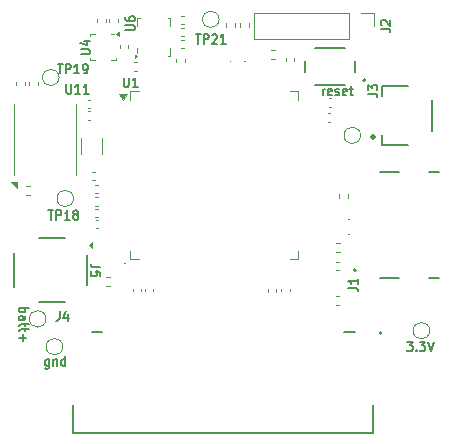
<source format=gbr>
%TF.GenerationSoftware,KiCad,Pcbnew,9.0.1*%
%TF.CreationDate,2026-02-05T11:07:33+03:00*%
%TF.ProjectId,Flybot_FC,466c7962-6f74-45f4-9643-2e6b69636164,rev?*%
%TF.SameCoordinates,Original*%
%TF.FileFunction,Legend,Top*%
%TF.FilePolarity,Positive*%
%FSLAX46Y46*%
G04 Gerber Fmt 4.6, Leading zero omitted, Abs format (unit mm)*
G04 Created by KiCad (PCBNEW 9.0.1) date 2026-02-05 11:07:33*
%MOMM*%
%LPD*%
G01*
G04 APERTURE LIST*
%ADD10C,0.150000*%
%ADD11C,0.200000*%
%ADD12C,0.100000*%
%ADD13C,0.152400*%
%ADD14C,0.127000*%
%ADD15C,0.300000*%
%ADD16C,0.120000*%
G04 APERTURE END LIST*
D10*
X142937255Y-86694295D02*
X142937255Y-86160961D01*
X142937255Y-86313342D02*
X142972969Y-86237152D01*
X142972969Y-86237152D02*
X143008684Y-86199057D01*
X143008684Y-86199057D02*
X143080112Y-86160961D01*
X143080112Y-86160961D02*
X143151541Y-86160961D01*
X143687255Y-86656200D02*
X143615827Y-86694295D01*
X143615827Y-86694295D02*
X143472970Y-86694295D01*
X143472970Y-86694295D02*
X143401541Y-86656200D01*
X143401541Y-86656200D02*
X143365827Y-86580009D01*
X143365827Y-86580009D02*
X143365827Y-86275247D01*
X143365827Y-86275247D02*
X143401541Y-86199057D01*
X143401541Y-86199057D02*
X143472970Y-86160961D01*
X143472970Y-86160961D02*
X143615827Y-86160961D01*
X143615827Y-86160961D02*
X143687255Y-86199057D01*
X143687255Y-86199057D02*
X143722970Y-86275247D01*
X143722970Y-86275247D02*
X143722970Y-86351438D01*
X143722970Y-86351438D02*
X143365827Y-86427628D01*
X144008684Y-86656200D02*
X144080112Y-86694295D01*
X144080112Y-86694295D02*
X144222969Y-86694295D01*
X144222969Y-86694295D02*
X144294398Y-86656200D01*
X144294398Y-86656200D02*
X144330112Y-86580009D01*
X144330112Y-86580009D02*
X144330112Y-86541914D01*
X144330112Y-86541914D02*
X144294398Y-86465723D01*
X144294398Y-86465723D02*
X144222969Y-86427628D01*
X144222969Y-86427628D02*
X144115827Y-86427628D01*
X144115827Y-86427628D02*
X144044398Y-86389533D01*
X144044398Y-86389533D02*
X144008684Y-86313342D01*
X144008684Y-86313342D02*
X144008684Y-86275247D01*
X144008684Y-86275247D02*
X144044398Y-86199057D01*
X144044398Y-86199057D02*
X144115827Y-86160961D01*
X144115827Y-86160961D02*
X144222969Y-86160961D01*
X144222969Y-86160961D02*
X144294398Y-86199057D01*
X144937255Y-86656200D02*
X144865827Y-86694295D01*
X144865827Y-86694295D02*
X144722970Y-86694295D01*
X144722970Y-86694295D02*
X144651541Y-86656200D01*
X144651541Y-86656200D02*
X144615827Y-86580009D01*
X144615827Y-86580009D02*
X144615827Y-86275247D01*
X144615827Y-86275247D02*
X144651541Y-86199057D01*
X144651541Y-86199057D02*
X144722970Y-86160961D01*
X144722970Y-86160961D02*
X144865827Y-86160961D01*
X144865827Y-86160961D02*
X144937255Y-86199057D01*
X144937255Y-86199057D02*
X144972970Y-86275247D01*
X144972970Y-86275247D02*
X144972970Y-86351438D01*
X144972970Y-86351438D02*
X144615827Y-86427628D01*
X145187255Y-86160961D02*
X145472969Y-86160961D01*
X145294398Y-85894295D02*
X145294398Y-86580009D01*
X145294398Y-86580009D02*
X145330112Y-86656200D01*
X145330112Y-86656200D02*
X145401541Y-86694295D01*
X145401541Y-86694295D02*
X145472969Y-86694295D01*
X150075826Y-107564295D02*
X150540112Y-107564295D01*
X150540112Y-107564295D02*
X150290112Y-107869057D01*
X150290112Y-107869057D02*
X150397255Y-107869057D01*
X150397255Y-107869057D02*
X150468684Y-107907152D01*
X150468684Y-107907152D02*
X150504398Y-107945247D01*
X150504398Y-107945247D02*
X150540112Y-108021438D01*
X150540112Y-108021438D02*
X150540112Y-108211914D01*
X150540112Y-108211914D02*
X150504398Y-108288104D01*
X150504398Y-108288104D02*
X150468684Y-108326200D01*
X150468684Y-108326200D02*
X150397255Y-108364295D01*
X150397255Y-108364295D02*
X150182969Y-108364295D01*
X150182969Y-108364295D02*
X150111541Y-108326200D01*
X150111541Y-108326200D02*
X150075826Y-108288104D01*
X150861541Y-108288104D02*
X150897255Y-108326200D01*
X150897255Y-108326200D02*
X150861541Y-108364295D01*
X150861541Y-108364295D02*
X150825827Y-108326200D01*
X150825827Y-108326200D02*
X150861541Y-108288104D01*
X150861541Y-108288104D02*
X150861541Y-108364295D01*
X151147255Y-107564295D02*
X151611541Y-107564295D01*
X151611541Y-107564295D02*
X151361541Y-107869057D01*
X151361541Y-107869057D02*
X151468684Y-107869057D01*
X151468684Y-107869057D02*
X151540113Y-107907152D01*
X151540113Y-107907152D02*
X151575827Y-107945247D01*
X151575827Y-107945247D02*
X151611541Y-108021438D01*
X151611541Y-108021438D02*
X151611541Y-108211914D01*
X151611541Y-108211914D02*
X151575827Y-108288104D01*
X151575827Y-108288104D02*
X151540113Y-108326200D01*
X151540113Y-108326200D02*
X151468684Y-108364295D01*
X151468684Y-108364295D02*
X151254398Y-108364295D01*
X151254398Y-108364295D02*
X151182970Y-108326200D01*
X151182970Y-108326200D02*
X151147255Y-108288104D01*
X151825827Y-107564295D02*
X152075827Y-108364295D01*
X152075827Y-108364295D02*
X152325827Y-107564295D01*
X119768684Y-109050961D02*
X119768684Y-109698580D01*
X119768684Y-109698580D02*
X119732969Y-109774771D01*
X119732969Y-109774771D02*
X119697255Y-109812866D01*
X119697255Y-109812866D02*
X119625826Y-109850961D01*
X119625826Y-109850961D02*
X119518684Y-109850961D01*
X119518684Y-109850961D02*
X119447255Y-109812866D01*
X119768684Y-109546200D02*
X119697255Y-109584295D01*
X119697255Y-109584295D02*
X119554398Y-109584295D01*
X119554398Y-109584295D02*
X119482969Y-109546200D01*
X119482969Y-109546200D02*
X119447255Y-109508104D01*
X119447255Y-109508104D02*
X119411541Y-109431914D01*
X119411541Y-109431914D02*
X119411541Y-109203342D01*
X119411541Y-109203342D02*
X119447255Y-109127152D01*
X119447255Y-109127152D02*
X119482969Y-109089057D01*
X119482969Y-109089057D02*
X119554398Y-109050961D01*
X119554398Y-109050961D02*
X119697255Y-109050961D01*
X119697255Y-109050961D02*
X119768684Y-109089057D01*
X120125826Y-109050961D02*
X120125826Y-109584295D01*
X120125826Y-109127152D02*
X120161540Y-109089057D01*
X120161540Y-109089057D02*
X120232969Y-109050961D01*
X120232969Y-109050961D02*
X120340112Y-109050961D01*
X120340112Y-109050961D02*
X120411540Y-109089057D01*
X120411540Y-109089057D02*
X120447255Y-109165247D01*
X120447255Y-109165247D02*
X120447255Y-109584295D01*
X121125826Y-109584295D02*
X121125826Y-108784295D01*
X121125826Y-109546200D02*
X121054397Y-109584295D01*
X121054397Y-109584295D02*
X120911540Y-109584295D01*
X120911540Y-109584295D02*
X120840111Y-109546200D01*
X120840111Y-109546200D02*
X120804397Y-109508104D01*
X120804397Y-109508104D02*
X120768683Y-109431914D01*
X120768683Y-109431914D02*
X120768683Y-109203342D01*
X120768683Y-109203342D02*
X120804397Y-109127152D01*
X120804397Y-109127152D02*
X120840111Y-109089057D01*
X120840111Y-109089057D02*
X120911540Y-109050961D01*
X120911540Y-109050961D02*
X121054397Y-109050961D01*
X121054397Y-109050961D02*
X121125826Y-109089057D01*
X117235704Y-104717255D02*
X118035704Y-104717255D01*
X117730942Y-104717255D02*
X117769038Y-104788684D01*
X117769038Y-104788684D02*
X117769038Y-104931541D01*
X117769038Y-104931541D02*
X117730942Y-105002969D01*
X117730942Y-105002969D02*
X117692847Y-105038684D01*
X117692847Y-105038684D02*
X117616657Y-105074398D01*
X117616657Y-105074398D02*
X117388085Y-105074398D01*
X117388085Y-105074398D02*
X117311895Y-105038684D01*
X117311895Y-105038684D02*
X117273800Y-105002969D01*
X117273800Y-105002969D02*
X117235704Y-104931541D01*
X117235704Y-104931541D02*
X117235704Y-104788684D01*
X117235704Y-104788684D02*
X117273800Y-104717255D01*
X117235704Y-105717255D02*
X117654752Y-105717255D01*
X117654752Y-105717255D02*
X117730942Y-105681540D01*
X117730942Y-105681540D02*
X117769038Y-105610112D01*
X117769038Y-105610112D02*
X117769038Y-105467255D01*
X117769038Y-105467255D02*
X117730942Y-105395826D01*
X117273800Y-105717255D02*
X117235704Y-105645826D01*
X117235704Y-105645826D02*
X117235704Y-105467255D01*
X117235704Y-105467255D02*
X117273800Y-105395826D01*
X117273800Y-105395826D02*
X117349990Y-105360112D01*
X117349990Y-105360112D02*
X117426180Y-105360112D01*
X117426180Y-105360112D02*
X117502371Y-105395826D01*
X117502371Y-105395826D02*
X117540466Y-105467255D01*
X117540466Y-105467255D02*
X117540466Y-105645826D01*
X117540466Y-105645826D02*
X117578561Y-105717255D01*
X117769038Y-105967254D02*
X117769038Y-106252968D01*
X118035704Y-106074397D02*
X117349990Y-106074397D01*
X117349990Y-106074397D02*
X117273800Y-106110111D01*
X117273800Y-106110111D02*
X117235704Y-106181540D01*
X117235704Y-106181540D02*
X117235704Y-106252968D01*
X117769038Y-106395825D02*
X117769038Y-106681539D01*
X118035704Y-106502968D02*
X117349990Y-106502968D01*
X117349990Y-106502968D02*
X117273800Y-106538682D01*
X117273800Y-106538682D02*
X117235704Y-106610111D01*
X117235704Y-106610111D02*
X117235704Y-106681539D01*
X117540466Y-106931539D02*
X117540466Y-107502968D01*
X117235704Y-107217253D02*
X117845228Y-107217253D01*
X145112295Y-102999999D02*
X145683723Y-102999999D01*
X145683723Y-102999999D02*
X145798009Y-103035714D01*
X145798009Y-103035714D02*
X145874200Y-103107142D01*
X145874200Y-103107142D02*
X145912295Y-103214285D01*
X145912295Y-103214285D02*
X145912295Y-103285714D01*
X145912295Y-102249999D02*
X145912295Y-102678570D01*
X145912295Y-102464285D02*
X145112295Y-102464285D01*
X145112295Y-102464285D02*
X145226580Y-102535713D01*
X145226580Y-102535713D02*
X145302771Y-102607142D01*
X145302771Y-102607142D02*
X145340866Y-102678570D01*
X124117704Y-101280000D02*
X123546276Y-101280000D01*
X123546276Y-101280000D02*
X123431990Y-101244285D01*
X123431990Y-101244285D02*
X123355800Y-101172857D01*
X123355800Y-101172857D02*
X123317704Y-101065714D01*
X123317704Y-101065714D02*
X123317704Y-100994285D01*
X124117704Y-101994286D02*
X124117704Y-101637143D01*
X124117704Y-101637143D02*
X123736752Y-101601429D01*
X123736752Y-101601429D02*
X123774847Y-101637143D01*
X123774847Y-101637143D02*
X123812942Y-101708572D01*
X123812942Y-101708572D02*
X123812942Y-101887143D01*
X123812942Y-101887143D02*
X123774847Y-101958572D01*
X123774847Y-101958572D02*
X123736752Y-101994286D01*
X123736752Y-101994286D02*
X123660561Y-102030000D01*
X123660561Y-102030000D02*
X123470085Y-102030000D01*
X123470085Y-102030000D02*
X123393895Y-101994286D01*
X123393895Y-101994286D02*
X123355800Y-101958572D01*
X123355800Y-101958572D02*
X123317704Y-101887143D01*
X123317704Y-101887143D02*
X123317704Y-101708572D01*
X123317704Y-101708572D02*
X123355800Y-101637143D01*
X123355800Y-101637143D02*
X123393895Y-101601429D01*
X120660000Y-104992295D02*
X120660000Y-105563723D01*
X120660000Y-105563723D02*
X120624285Y-105678009D01*
X120624285Y-105678009D02*
X120552857Y-105754200D01*
X120552857Y-105754200D02*
X120445714Y-105792295D01*
X120445714Y-105792295D02*
X120374285Y-105792295D01*
X121338572Y-105258961D02*
X121338572Y-105792295D01*
X121160000Y-104954200D02*
X120981429Y-105525628D01*
X120981429Y-105525628D02*
X121445714Y-105525628D01*
X146772295Y-86569999D02*
X147343723Y-86569999D01*
X147343723Y-86569999D02*
X147458009Y-86605714D01*
X147458009Y-86605714D02*
X147534200Y-86677142D01*
X147534200Y-86677142D02*
X147572295Y-86784285D01*
X147572295Y-86784285D02*
X147572295Y-86855714D01*
X146772295Y-86284285D02*
X146772295Y-85819999D01*
X146772295Y-85819999D02*
X147077057Y-86069999D01*
X147077057Y-86069999D02*
X147077057Y-85962856D01*
X147077057Y-85962856D02*
X147115152Y-85891428D01*
X147115152Y-85891428D02*
X147153247Y-85855713D01*
X147153247Y-85855713D02*
X147229438Y-85819999D01*
X147229438Y-85819999D02*
X147419914Y-85819999D01*
X147419914Y-85819999D02*
X147496104Y-85855713D01*
X147496104Y-85855713D02*
X147534200Y-85891428D01*
X147534200Y-85891428D02*
X147572295Y-85962856D01*
X147572295Y-85962856D02*
X147572295Y-86177142D01*
X147572295Y-86177142D02*
X147534200Y-86248570D01*
X147534200Y-86248570D02*
X147496104Y-86284285D01*
X147862295Y-81079999D02*
X148433723Y-81079999D01*
X148433723Y-81079999D02*
X148548009Y-81115714D01*
X148548009Y-81115714D02*
X148624200Y-81187142D01*
X148624200Y-81187142D02*
X148662295Y-81294285D01*
X148662295Y-81294285D02*
X148662295Y-81365714D01*
X147938485Y-80758570D02*
X147900390Y-80722856D01*
X147900390Y-80722856D02*
X147862295Y-80651428D01*
X147862295Y-80651428D02*
X147862295Y-80472856D01*
X147862295Y-80472856D02*
X147900390Y-80401428D01*
X147900390Y-80401428D02*
X147938485Y-80365713D01*
X147938485Y-80365713D02*
X148014676Y-80329999D01*
X148014676Y-80329999D02*
X148090866Y-80329999D01*
X148090866Y-80329999D02*
X148205152Y-80365713D01*
X148205152Y-80365713D02*
X148662295Y-80794285D01*
X148662295Y-80794285D02*
X148662295Y-80329999D01*
X122432295Y-83228764D02*
X123079914Y-83228764D01*
X123079914Y-83228764D02*
X123156104Y-83193050D01*
X123156104Y-83193050D02*
X123194200Y-83157336D01*
X123194200Y-83157336D02*
X123232295Y-83085907D01*
X123232295Y-83085907D02*
X123232295Y-82943050D01*
X123232295Y-82943050D02*
X123194200Y-82871621D01*
X123194200Y-82871621D02*
X123156104Y-82835907D01*
X123156104Y-82835907D02*
X123079914Y-82800193D01*
X123079914Y-82800193D02*
X122432295Y-82800193D01*
X122698961Y-82121622D02*
X123232295Y-82121622D01*
X122394200Y-82300193D02*
X122965628Y-82478764D01*
X122965628Y-82478764D02*
X122965628Y-82014479D01*
X132176428Y-81522295D02*
X132605000Y-81522295D01*
X132390714Y-82322295D02*
X132390714Y-81522295D01*
X132855000Y-82322295D02*
X132855000Y-81522295D01*
X132855000Y-81522295D02*
X133140714Y-81522295D01*
X133140714Y-81522295D02*
X133212143Y-81560390D01*
X133212143Y-81560390D02*
X133247857Y-81598485D01*
X133247857Y-81598485D02*
X133283571Y-81674676D01*
X133283571Y-81674676D02*
X133283571Y-81788961D01*
X133283571Y-81788961D02*
X133247857Y-81865152D01*
X133247857Y-81865152D02*
X133212143Y-81903247D01*
X133212143Y-81903247D02*
X133140714Y-81941342D01*
X133140714Y-81941342D02*
X132855000Y-81941342D01*
X133569286Y-81598485D02*
X133605000Y-81560390D01*
X133605000Y-81560390D02*
X133676429Y-81522295D01*
X133676429Y-81522295D02*
X133855000Y-81522295D01*
X133855000Y-81522295D02*
X133926429Y-81560390D01*
X133926429Y-81560390D02*
X133962143Y-81598485D01*
X133962143Y-81598485D02*
X133997857Y-81674676D01*
X133997857Y-81674676D02*
X133997857Y-81750866D01*
X133997857Y-81750866D02*
X133962143Y-81865152D01*
X133962143Y-81865152D02*
X133533571Y-82322295D01*
X133533571Y-82322295D02*
X133997857Y-82322295D01*
X134712143Y-82322295D02*
X134283572Y-82322295D01*
X134497857Y-82322295D02*
X134497857Y-81522295D01*
X134497857Y-81522295D02*
X134426429Y-81636580D01*
X134426429Y-81636580D02*
X134355000Y-81712771D01*
X134355000Y-81712771D02*
X134283572Y-81750866D01*
X126212295Y-81201428D02*
X126859914Y-81201428D01*
X126859914Y-81201428D02*
X126936104Y-81165714D01*
X126936104Y-81165714D02*
X126974200Y-81130000D01*
X126974200Y-81130000D02*
X127012295Y-81058571D01*
X127012295Y-81058571D02*
X127012295Y-80915714D01*
X127012295Y-80915714D02*
X126974200Y-80844285D01*
X126974200Y-80844285D02*
X126936104Y-80808571D01*
X126936104Y-80808571D02*
X126859914Y-80772857D01*
X126859914Y-80772857D02*
X126212295Y-80772857D01*
X126212295Y-80094286D02*
X126212295Y-80237143D01*
X126212295Y-80237143D02*
X126250390Y-80308571D01*
X126250390Y-80308571D02*
X126288485Y-80344286D01*
X126288485Y-80344286D02*
X126402771Y-80415714D01*
X126402771Y-80415714D02*
X126555152Y-80451428D01*
X126555152Y-80451428D02*
X126859914Y-80451428D01*
X126859914Y-80451428D02*
X126936104Y-80415714D01*
X126936104Y-80415714D02*
X126974200Y-80380000D01*
X126974200Y-80380000D02*
X127012295Y-80308571D01*
X127012295Y-80308571D02*
X127012295Y-80165714D01*
X127012295Y-80165714D02*
X126974200Y-80094286D01*
X126974200Y-80094286D02*
X126936104Y-80058571D01*
X126936104Y-80058571D02*
X126859914Y-80022857D01*
X126859914Y-80022857D02*
X126669438Y-80022857D01*
X126669438Y-80022857D02*
X126593247Y-80058571D01*
X126593247Y-80058571D02*
X126555152Y-80094286D01*
X126555152Y-80094286D02*
X126517057Y-80165714D01*
X126517057Y-80165714D02*
X126517057Y-80308571D01*
X126517057Y-80308571D02*
X126555152Y-80380000D01*
X126555152Y-80380000D02*
X126593247Y-80415714D01*
X126593247Y-80415714D02*
X126669438Y-80451428D01*
X126088571Y-85202295D02*
X126088571Y-85849914D01*
X126088571Y-85849914D02*
X126124285Y-85926104D01*
X126124285Y-85926104D02*
X126160000Y-85964200D01*
X126160000Y-85964200D02*
X126231428Y-86002295D01*
X126231428Y-86002295D02*
X126374285Y-86002295D01*
X126374285Y-86002295D02*
X126445714Y-85964200D01*
X126445714Y-85964200D02*
X126481428Y-85926104D01*
X126481428Y-85926104D02*
X126517142Y-85849914D01*
X126517142Y-85849914D02*
X126517142Y-85202295D01*
X127267142Y-86002295D02*
X126838571Y-86002295D01*
X127052856Y-86002295D02*
X127052856Y-85202295D01*
X127052856Y-85202295D02*
X126981428Y-85316580D01*
X126981428Y-85316580D02*
X126909999Y-85392771D01*
X126909999Y-85392771D02*
X126838571Y-85430866D01*
X121231428Y-85752295D02*
X121231428Y-86399914D01*
X121231428Y-86399914D02*
X121267142Y-86476104D01*
X121267142Y-86476104D02*
X121302857Y-86514200D01*
X121302857Y-86514200D02*
X121374285Y-86552295D01*
X121374285Y-86552295D02*
X121517142Y-86552295D01*
X121517142Y-86552295D02*
X121588571Y-86514200D01*
X121588571Y-86514200D02*
X121624285Y-86476104D01*
X121624285Y-86476104D02*
X121659999Y-86399914D01*
X121659999Y-86399914D02*
X121659999Y-85752295D01*
X122409999Y-86552295D02*
X121981428Y-86552295D01*
X122195713Y-86552295D02*
X122195713Y-85752295D01*
X122195713Y-85752295D02*
X122124285Y-85866580D01*
X122124285Y-85866580D02*
X122052856Y-85942771D01*
X122052856Y-85942771D02*
X121981428Y-85980866D01*
X123124285Y-86552295D02*
X122695714Y-86552295D01*
X122909999Y-86552295D02*
X122909999Y-85752295D01*
X122909999Y-85752295D02*
X122838571Y-85866580D01*
X122838571Y-85866580D02*
X122767142Y-85942771D01*
X122767142Y-85942771D02*
X122695714Y-85980866D01*
X119706428Y-96442295D02*
X120135000Y-96442295D01*
X119920714Y-97242295D02*
X119920714Y-96442295D01*
X120385000Y-97242295D02*
X120385000Y-96442295D01*
X120385000Y-96442295D02*
X120670714Y-96442295D01*
X120670714Y-96442295D02*
X120742143Y-96480390D01*
X120742143Y-96480390D02*
X120777857Y-96518485D01*
X120777857Y-96518485D02*
X120813571Y-96594676D01*
X120813571Y-96594676D02*
X120813571Y-96708961D01*
X120813571Y-96708961D02*
X120777857Y-96785152D01*
X120777857Y-96785152D02*
X120742143Y-96823247D01*
X120742143Y-96823247D02*
X120670714Y-96861342D01*
X120670714Y-96861342D02*
X120385000Y-96861342D01*
X121527857Y-97242295D02*
X121099286Y-97242295D01*
X121313571Y-97242295D02*
X121313571Y-96442295D01*
X121313571Y-96442295D02*
X121242143Y-96556580D01*
X121242143Y-96556580D02*
X121170714Y-96632771D01*
X121170714Y-96632771D02*
X121099286Y-96670866D01*
X121956429Y-96785152D02*
X121885000Y-96747057D01*
X121885000Y-96747057D02*
X121849286Y-96708961D01*
X121849286Y-96708961D02*
X121813572Y-96632771D01*
X121813572Y-96632771D02*
X121813572Y-96594676D01*
X121813572Y-96594676D02*
X121849286Y-96518485D01*
X121849286Y-96518485D02*
X121885000Y-96480390D01*
X121885000Y-96480390D02*
X121956429Y-96442295D01*
X121956429Y-96442295D02*
X122099286Y-96442295D01*
X122099286Y-96442295D02*
X122170715Y-96480390D01*
X122170715Y-96480390D02*
X122206429Y-96518485D01*
X122206429Y-96518485D02*
X122242143Y-96594676D01*
X122242143Y-96594676D02*
X122242143Y-96632771D01*
X122242143Y-96632771D02*
X122206429Y-96708961D01*
X122206429Y-96708961D02*
X122170715Y-96747057D01*
X122170715Y-96747057D02*
X122099286Y-96785152D01*
X122099286Y-96785152D02*
X121956429Y-96785152D01*
X121956429Y-96785152D02*
X121885000Y-96823247D01*
X121885000Y-96823247D02*
X121849286Y-96861342D01*
X121849286Y-96861342D02*
X121813572Y-96937533D01*
X121813572Y-96937533D02*
X121813572Y-97089914D01*
X121813572Y-97089914D02*
X121849286Y-97166104D01*
X121849286Y-97166104D02*
X121885000Y-97204200D01*
X121885000Y-97204200D02*
X121956429Y-97242295D01*
X121956429Y-97242295D02*
X122099286Y-97242295D01*
X122099286Y-97242295D02*
X122170715Y-97204200D01*
X122170715Y-97204200D02*
X122206429Y-97166104D01*
X122206429Y-97166104D02*
X122242143Y-97089914D01*
X122242143Y-97089914D02*
X122242143Y-96937533D01*
X122242143Y-96937533D02*
X122206429Y-96861342D01*
X122206429Y-96861342D02*
X122170715Y-96823247D01*
X122170715Y-96823247D02*
X122099286Y-96785152D01*
X120506428Y-84052295D02*
X120935000Y-84052295D01*
X120720714Y-84852295D02*
X120720714Y-84052295D01*
X121185000Y-84852295D02*
X121185000Y-84052295D01*
X121185000Y-84052295D02*
X121470714Y-84052295D01*
X121470714Y-84052295D02*
X121542143Y-84090390D01*
X121542143Y-84090390D02*
X121577857Y-84128485D01*
X121577857Y-84128485D02*
X121613571Y-84204676D01*
X121613571Y-84204676D02*
X121613571Y-84318961D01*
X121613571Y-84318961D02*
X121577857Y-84395152D01*
X121577857Y-84395152D02*
X121542143Y-84433247D01*
X121542143Y-84433247D02*
X121470714Y-84471342D01*
X121470714Y-84471342D02*
X121185000Y-84471342D01*
X122327857Y-84852295D02*
X121899286Y-84852295D01*
X122113571Y-84852295D02*
X122113571Y-84052295D01*
X122113571Y-84052295D02*
X122042143Y-84166580D01*
X122042143Y-84166580D02*
X121970714Y-84242771D01*
X121970714Y-84242771D02*
X121899286Y-84280866D01*
X122685000Y-84852295D02*
X122827857Y-84852295D01*
X122827857Y-84852295D02*
X122899286Y-84814200D01*
X122899286Y-84814200D02*
X122935000Y-84776104D01*
X122935000Y-84776104D02*
X123006429Y-84661819D01*
X123006429Y-84661819D02*
X123042143Y-84509438D01*
X123042143Y-84509438D02*
X123042143Y-84204676D01*
X123042143Y-84204676D02*
X123006429Y-84128485D01*
X123006429Y-84128485D02*
X122970715Y-84090390D01*
X122970715Y-84090390D02*
X122899286Y-84052295D01*
X122899286Y-84052295D02*
X122756429Y-84052295D01*
X122756429Y-84052295D02*
X122685000Y-84090390D01*
X122685000Y-84090390D02*
X122649286Y-84128485D01*
X122649286Y-84128485D02*
X122613572Y-84204676D01*
X122613572Y-84204676D02*
X122613572Y-84395152D01*
X122613572Y-84395152D02*
X122649286Y-84471342D01*
X122649286Y-84471342D02*
X122685000Y-84509438D01*
X122685000Y-84509438D02*
X122756429Y-84547533D01*
X122756429Y-84547533D02*
X122899286Y-84547533D01*
X122899286Y-84547533D02*
X122970715Y-84509438D01*
X122970715Y-84509438D02*
X123006429Y-84471342D01*
X123006429Y-84471342D02*
X123042143Y-84395152D01*
D11*
%TO.C,J1*%
X147760000Y-93210000D02*
X149360000Y-93210000D01*
X147760000Y-102150000D02*
X149360000Y-102150000D01*
X151960000Y-93210000D02*
X152760000Y-93210000D01*
X151960000Y-102150000D02*
X152760000Y-102150000D01*
X145740000Y-101520000D02*
G75*
G02*
X145540000Y-101520000I-100000J0D01*
G01*
X145540000Y-101520000D02*
G75*
G02*
X145740000Y-101520000I100000J0D01*
G01*
D12*
%TO.C,J5*%
X123426000Y-99595000D02*
X123172000Y-99341000D01*
X123426000Y-99087000D01*
X123426000Y-99595000D01*
G36*
X123426000Y-99595000D02*
G01*
X123172000Y-99341000D01*
X123426000Y-99087000D01*
X123426000Y-99595000D01*
G37*
D13*
X122943400Y-102771958D02*
X122943400Y-100228042D01*
X121111466Y-98769500D02*
X118927631Y-98769500D01*
X118927631Y-104230500D02*
X121111466Y-104230500D01*
X116796599Y-100039139D02*
X116796599Y-102960861D01*
D14*
%TO.C,J4*%
X121810000Y-115265000D02*
X121810000Y-112955000D01*
X121810000Y-115265000D02*
X147220000Y-115265000D01*
X123400000Y-106765000D02*
X124270000Y-106765000D01*
X144760000Y-106765000D02*
X145630000Y-106765000D01*
X147220000Y-112955000D02*
X147220000Y-115265000D01*
D11*
X147920000Y-106835000D02*
G75*
G02*
X147720000Y-106835000I-100000J0D01*
G01*
X147720000Y-106835000D02*
G75*
G02*
X147920000Y-106835000I100000J0D01*
G01*
D12*
%TO.C,D2*%
X135170000Y-83807500D02*
G75*
G02*
X135070000Y-83807500I-50000J0D01*
G01*
X135070000Y-83807500D02*
G75*
G02*
X135170000Y-83807500I50000J0D01*
G01*
D14*
%TO.C,J3*%
X147915000Y-85910000D02*
X147915000Y-86795000D01*
X147915000Y-90025000D02*
X147915000Y-90910000D01*
X147915000Y-90910000D02*
X150190000Y-90910000D01*
X150190000Y-85910000D02*
X147915000Y-85910000D01*
X152165000Y-89710000D02*
X152165000Y-87110000D01*
D15*
X147290000Y-90210000D02*
G75*
G02*
X147090000Y-90210000I-100000J0D01*
G01*
X147090000Y-90210000D02*
G75*
G02*
X147290000Y-90210000I100000J0D01*
G01*
D16*
%TO.C,R2*%
X130550000Y-83913641D02*
X130550000Y-83606359D01*
X131310000Y-83913641D02*
X131310000Y-83606359D01*
%TO.C,C67*%
X130969664Y-82017500D02*
X131185336Y-82017500D01*
X130969664Y-82737500D02*
X131185336Y-82737500D01*
%TO.C,J2*%
X137080000Y-79720000D02*
X137080000Y-81940000D01*
X145190000Y-79720000D02*
X137080000Y-79720000D01*
X145190000Y-79720000D02*
X145190000Y-81940000D01*
X145190000Y-81940000D02*
X137080000Y-81940000D01*
X146190000Y-79720000D02*
X147300000Y-79720000D01*
X147300000Y-79720000D02*
X147300000Y-80830000D01*
%TO.C,C10*%
X144072164Y-100780000D02*
X144287836Y-100780000D01*
X144072164Y-101500000D02*
X144287836Y-101500000D01*
%TO.C,C84*%
X118090000Y-85797836D02*
X118090000Y-85582164D01*
X118810000Y-85797836D02*
X118810000Y-85582164D01*
D12*
%TO.C,D3*%
X136400000Y-83870000D02*
G75*
G02*
X136300000Y-83870000I-50000J0D01*
G01*
X136300000Y-83870000D02*
G75*
G02*
X136400000Y-83870000I50000J0D01*
G01*
%TO.C,D1*%
X145232500Y-97210000D02*
G75*
G02*
X145132500Y-97210000I-50000J0D01*
G01*
X145132500Y-97210000D02*
G75*
G02*
X145232500Y-97210000I50000J0D01*
G01*
D16*
%TO.C,C15*%
X123268288Y-88069675D02*
X123052616Y-88069675D01*
X123268288Y-88789675D02*
X123052616Y-88789675D01*
%TO.C,R6*%
X134740000Y-80571359D02*
X134740000Y-80878641D01*
X135500000Y-80571359D02*
X135500000Y-80878641D01*
%TO.C,C6*%
X123238288Y-87089675D02*
X123022616Y-87089675D01*
X123238288Y-87809675D02*
X123022616Y-87809675D01*
%TO.C,TP15*%
X120920000Y-107990000D02*
G75*
G02*
X119520000Y-107990000I-700000J0D01*
G01*
X119520000Y-107990000D02*
G75*
G02*
X120920000Y-107990000I700000J0D01*
G01*
%TO.C,C65*%
X130969664Y-79967500D02*
X131185336Y-79967500D01*
X130969664Y-80687500D02*
X131185336Y-80687500D01*
%TO.C,TP17*%
X151990000Y-106630000D02*
G75*
G02*
X150590000Y-106630000I-700000J0D01*
G01*
X150590000Y-106630000D02*
G75*
G02*
X151990000Y-106630000I700000J0D01*
G01*
D14*
%TO.C,SW1*%
X141450000Y-84770000D02*
X141450000Y-83770000D01*
X144800000Y-82670000D02*
X142300000Y-82670000D01*
X144800000Y-85870000D02*
X142300000Y-85870000D01*
X145650000Y-84770000D02*
X145650000Y-83770000D01*
X146450000Y-85420000D02*
G75*
G02*
X146350000Y-85420000I-50000J0D01*
G01*
X146350000Y-85420000D02*
G75*
G02*
X146450000Y-85420000I50000J0D01*
G01*
X146561803Y-85420000D02*
G75*
G02*
X146338197Y-85420000I-111803J0D01*
G01*
X146338197Y-85420000D02*
G75*
G02*
X146561803Y-85420000I111803J0D01*
G01*
D16*
%TO.C,R1*%
X138586359Y-82850000D02*
X138893641Y-82850000D01*
X138586359Y-83610000D02*
X138893641Y-83610000D01*
%TO.C,U4*%
X123242500Y-81512500D02*
X123667500Y-81512500D01*
X123242500Y-81687500D02*
X123242500Y-81512500D01*
X123242500Y-83557500D02*
X123242500Y-83732500D01*
X123242500Y-83732500D02*
X123667500Y-83732500D01*
X125037500Y-81502500D02*
X125232500Y-81502500D01*
X125462500Y-83557500D02*
X125462500Y-83732500D01*
X125462500Y-83732500D02*
X125037500Y-83732500D01*
X125662500Y-81642500D02*
X125472500Y-81502500D01*
X125662500Y-81362500D01*
X125662500Y-81642500D01*
G36*
X125662500Y-81642500D02*
G01*
X125472500Y-81502500D01*
X125662500Y-81362500D01*
X125662500Y-81642500D01*
G37*
%TO.C,TP13*%
X119500000Y-105630000D02*
G75*
G02*
X118100000Y-105630000I-700000J0D01*
G01*
X118100000Y-105630000D02*
G75*
G02*
X119500000Y-105630000I700000J0D01*
G01*
%TO.C,C1*%
X123927836Y-97220000D02*
X123712164Y-97220000D01*
X123927836Y-97940000D02*
X123712164Y-97940000D01*
%TO.C,TP27*%
X146140000Y-90100000D02*
G75*
G02*
X144740000Y-90100000I-700000J0D01*
G01*
X144740000Y-90100000D02*
G75*
G02*
X146140000Y-90100000I700000J0D01*
G01*
%TO.C,R42*%
X118133641Y-94400000D02*
X117826359Y-94400000D01*
X118133641Y-95160000D02*
X117826359Y-95160000D01*
%TO.C,R32*%
X124586359Y-102100000D02*
X124893641Y-102100000D01*
X124586359Y-102860000D02*
X124893641Y-102860000D01*
%TO.C,C60*%
X123862500Y-80476993D02*
X123862500Y-80261321D01*
X124582500Y-80476993D02*
X124582500Y-80261321D01*
%TO.C,C61*%
X125762500Y-82441664D02*
X125762500Y-82657336D01*
X126482500Y-82441664D02*
X126482500Y-82657336D01*
%TO.C,C4*%
X143462164Y-86970000D02*
X143677836Y-86970000D01*
X143462164Y-87690000D02*
X143677836Y-87690000D01*
%TO.C,TP21*%
X134160000Y-80270000D02*
G75*
G02*
X132760000Y-80270000I-700000J0D01*
G01*
X132760000Y-80270000D02*
G75*
G02*
X134160000Y-80270000I700000J0D01*
G01*
%TO.C,C2*%
X127850000Y-103092164D02*
X127850000Y-103307836D01*
X128570000Y-103092164D02*
X128570000Y-103307836D01*
%TO.C,C7*%
X123867836Y-94270000D02*
X123652164Y-94270000D01*
X123867836Y-94990000D02*
X123652164Y-94990000D01*
%TO.C,C9*%
X144092164Y-103730000D02*
X144307836Y-103730000D01*
X144092164Y-104450000D02*
X144307836Y-104450000D01*
%TO.C,U6*%
X127250000Y-80180000D02*
X127425000Y-80180000D01*
X127250000Y-80855000D02*
X127250000Y-80180000D01*
X127250000Y-82725000D02*
X127250000Y-83100000D01*
X129970000Y-80180000D02*
X129795000Y-80180000D01*
X129970000Y-80855000D02*
X129970000Y-80180000D01*
X129970000Y-82725000D02*
X129970000Y-83400000D01*
X129970000Y-83400000D02*
X129795000Y-83400000D01*
X127250000Y-83400000D02*
X127060000Y-83540000D01*
X127060000Y-83260000D01*
X127250000Y-83400000D01*
G36*
X127250000Y-83400000D02*
G01*
X127060000Y-83540000D01*
X127060000Y-83260000D01*
X127250000Y-83400000D01*
G37*
%TO.C,C85*%
X116990000Y-85797836D02*
X116990000Y-85582164D01*
X117710000Y-85797836D02*
X117710000Y-85582164D01*
%TO.C,R3*%
X144363641Y-99180000D02*
X144056359Y-99180000D01*
X144363641Y-99940000D02*
X144056359Y-99940000D01*
%TO.C,C11*%
X139790000Y-83572164D02*
X139790000Y-83787836D01*
X140510000Y-83572164D02*
X140510000Y-83787836D01*
%TO.C,C18*%
X143372164Y-88200000D02*
X143587836Y-88200000D01*
X143372164Y-88920000D02*
X143587836Y-88920000D01*
%TO.C,C66*%
X130969664Y-80977500D02*
X131185336Y-80977500D01*
X130969664Y-81697500D02*
X131185336Y-81697500D01*
%TO.C,C13*%
X123877836Y-96290000D02*
X123662164Y-96290000D01*
X123877836Y-97010000D02*
X123662164Y-97010000D01*
D12*
%TO.C,D11*%
X145232500Y-98460000D02*
G75*
G02*
X145132500Y-98460000I-50000J0D01*
G01*
X145132500Y-98460000D02*
G75*
G02*
X145232500Y-98460000I50000J0D01*
G01*
D16*
%TO.C,U1*%
X126650000Y-86365000D02*
X126650000Y-87065000D01*
X126650000Y-100585000D02*
X126650000Y-99885000D01*
X127350000Y-86365000D02*
X126650000Y-86365000D01*
X127350000Y-100585000D02*
X126650000Y-100585000D01*
X140170000Y-86365000D02*
X140870000Y-86365000D01*
X140170000Y-100585000D02*
X140870000Y-100585000D01*
X140870000Y-86365000D02*
X140870000Y-87065000D01*
X140870000Y-100585000D02*
X140870000Y-99885000D01*
X126022500Y-87065000D02*
X125682500Y-86595000D01*
X126362500Y-86595000D01*
X126022500Y-87065000D01*
G36*
X126022500Y-87065000D02*
G01*
X125682500Y-86595000D01*
X126362500Y-86595000D01*
X126022500Y-87065000D01*
G37*
%TO.C,U11*%
X116790000Y-93430000D02*
X116790000Y-87430000D01*
X122010000Y-93430000D02*
X122010000Y-87430000D01*
X117060000Y-94550000D02*
X116580000Y-94070000D01*
X117060000Y-94070000D01*
X117060000Y-94550000D01*
G36*
X117060000Y-94550000D02*
G01*
X116580000Y-94070000D01*
X117060000Y-94070000D01*
X117060000Y-94550000D01*
G37*
%TO.C,C14*%
X123627836Y-93180000D02*
X123412164Y-93180000D01*
X123627836Y-93900000D02*
X123412164Y-93900000D01*
%TO.C,C19*%
X138280000Y-103102164D02*
X138280000Y-103317836D01*
X139000000Y-103102164D02*
X139000000Y-103317836D01*
%TO.C,C59*%
X124867000Y-80476993D02*
X124867000Y-80261321D01*
X125587000Y-80476993D02*
X125587000Y-80261321D01*
%TO.C,C12*%
X123887836Y-95350000D02*
X123672164Y-95350000D01*
X123887836Y-96070000D02*
X123672164Y-96070000D01*
%TO.C,C8*%
X126860000Y-103072164D02*
X126860000Y-103287836D01*
X127580000Y-103072164D02*
X127580000Y-103287836D01*
%TO.C,C5*%
X127187836Y-83890000D02*
X126972164Y-83890000D01*
X127187836Y-84610000D02*
X126972164Y-84610000D01*
%TO.C,Y1*%
X122475000Y-90305000D02*
X122475000Y-91655000D01*
X124225000Y-90305000D02*
X124225000Y-91655000D01*
%TO.C,R7*%
X135970000Y-80611359D02*
X135970000Y-80918641D01*
X136730000Y-80611359D02*
X136730000Y-80918641D01*
%TO.C,TP18*%
X121840000Y-95440000D02*
G75*
G02*
X120440000Y-95440000I-700000J0D01*
G01*
X120440000Y-95440000D02*
G75*
G02*
X121840000Y-95440000I700000J0D01*
G01*
D12*
%TO.C,D7*%
X126260000Y-100940000D02*
G75*
G02*
X126160000Y-100940000I-50000J0D01*
G01*
X126160000Y-100940000D02*
G75*
G02*
X126260000Y-100940000I50000J0D01*
G01*
D16*
%TO.C,R4*%
X144330000Y-95393641D02*
X144330000Y-95086359D01*
X145090000Y-95393641D02*
X145090000Y-95086359D01*
%TO.C,C3*%
X139420000Y-103062164D02*
X139420000Y-103277836D01*
X140140000Y-103062164D02*
X140140000Y-103277836D01*
%TO.C,TP19*%
X120610000Y-85190000D02*
G75*
G02*
X119210000Y-85190000I-700000J0D01*
G01*
X119210000Y-85190000D02*
G75*
G02*
X120610000Y-85190000I700000J0D01*
G01*
%TD*%
M02*

</source>
